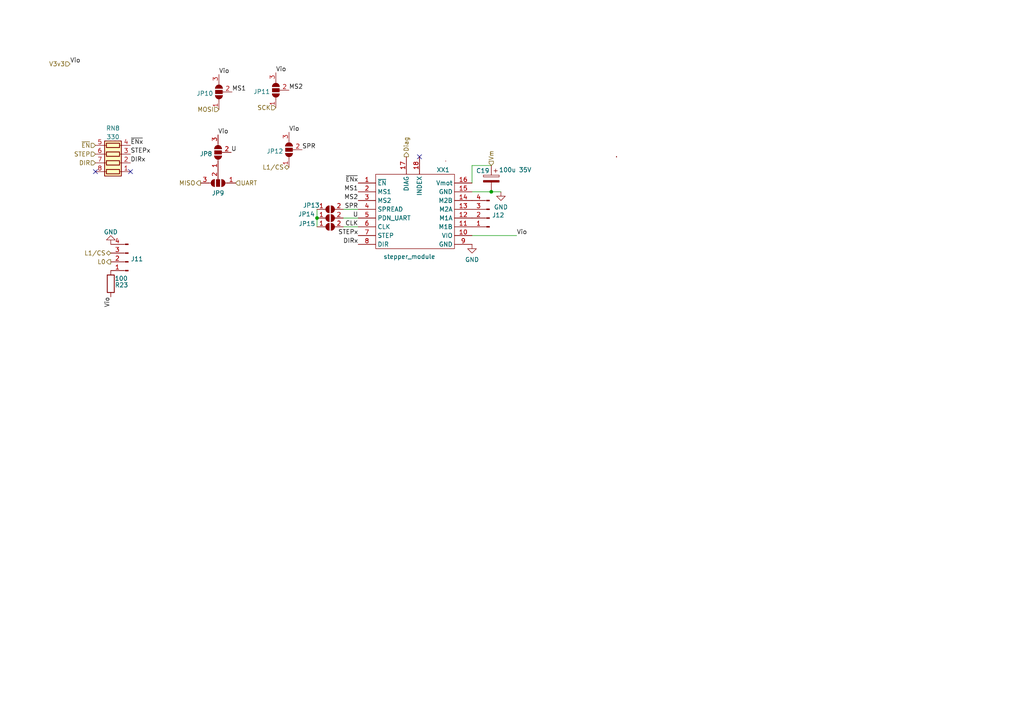
<source format=kicad_sch>
(kicad_sch (version 20211123) (generator eeschema)
  (paper "A4")
  (lib_symbols
    (symbol "Connector:Conn_01x04_Male" (pin_names (offset 1.016) hide)
      (property "Reference" "J" (at 0 5.08 0))
      (property "Value" "Conn_01x04_Male" (at 0 -7.62 0))
      (symbol "Conn_01x04_Male_1_1"
        (polyline (pts (xy 1.27 -5.08) (xy 0.8636 -5.08)) (stroke (width 0.1524)))
        (polyline (pts (xy 1.27 -2.54) (xy 0.8636 -2.54)) (stroke (width 0.1524)))
        (polyline (pts (xy 1.27 0) (xy 0.8636 0)) (stroke (width 0.1524)))
        (polyline (pts (xy 1.27 2.54) (xy 0.8636 2.54)) (stroke (width 0.1524)))
        (rectangle (start 0.8636 -4.953) (end 0 -5.207) (stroke (width 0.1524)) (fill (type outline)))
        (rectangle (start 0.8636 -2.413) (end 0 -2.667) (stroke (width 0.1524)) (fill (type outline)))
        (rectangle (start 0.8636 0.127) (end 0 -0.127) (stroke (width 0.1524)) (fill (type outline)))
        (rectangle (start 0.8636 2.667) (end 0 2.413) (stroke (width 0.1524)) (fill (type outline)))
        (pin passive line (at 5.08 2.54 180) (length 3.81) (name "Pin_1") (number "1"))
        (pin passive line (at 5.08 0 180) (length 3.81) (name "Pin_2") (number "2"))
        (pin passive line (at 5.08 -2.54 180) (length 3.81) (name "Pin_3") (number "3"))
        (pin passive line (at 5.08 -5.08 180) (length 3.81) (name "Pin_4") (number "4"))
      )
    )
    (symbol "Device:C_Polarized" (pin_numbers hide) (pin_names (offset 0.254))
      (property "Reference" "C" (at 0.635 2.54 0))
      (property "Value" "C_Polarized" (at 0.635 -2.54 0))
      (symbol "C_Polarized_0_1"
        (rectangle (start -2.286 0.508) (end 2.286 1.016))
        (polyline (pts (xy -1.778 2.286) (xy -0.762 2.286)))
        (polyline (pts (xy -1.27 2.794) (xy -1.27 1.778)))
        (rectangle (start 2.286 -0.508) (end -2.286 -1.016) (fill (type outline)))
      )
      (symbol "C_Polarized_1_1"
        (pin passive line (at 0 3.81 270) (length 2.794) (name "~") (number "1"))
        (pin passive line (at 0 -3.81 90) (length 2.794) (name "~") (number "2"))
      )
    )
    (symbol "Device:R" (pin_numbers hide) (pin_names (offset 0))
      (property "Reference" "R" (at 2.032 0 90))
      (property "Value" "R" (at 0 0 90))
      (symbol "R_0_1"
        (rectangle (start -1.016 -2.54) (end 1.016 2.54) (stroke (width 0.254)))
      )
      (symbol "R_1_1"
        (pin passive line (at 0 3.81 270) (length 1.27) (name "~") (number "1"))
        (pin passive line (at 0 -3.81 90) (length 1.27) (name "~") (number "2"))
      )
    )
    (symbol "Device:R_Pack04" (pin_names (offset 0) hide)
      (property "Reference" "RN" (at -7.62 0 90))
      (property "Value" "R_Pack04" (at 5.08 0 90))
      (symbol "R_Pack04_0_1"
        (rectangle (start -6.35 -2.413) (end 3.81 2.413) (stroke (width 0.254)) (fill (type background)))
        (rectangle (start -5.715 1.905) (end -4.445 -1.905) (stroke (width 0.254)))
        (rectangle (start -3.175 1.905) (end -1.905 -1.905) (stroke (width 0.254)))
        (rectangle (start -0.635 1.905) (end 0.635 -1.905) (stroke (width 0.254)))
        (polyline (pts (xy -5.08 -2.54) (xy -5.08 -1.905)))
        (polyline (pts (xy -5.08 1.905) (xy -5.08 2.54)))
        (polyline (pts (xy -2.54 -2.54) (xy -2.54 -1.905)))
        (polyline (pts (xy -2.54 1.905) (xy -2.54 2.54)))
        (polyline (pts (xy 0 -2.54) (xy 0 -1.905)))
        (polyline (pts (xy 0 1.905) (xy 0 2.54)))
        (polyline (pts (xy 2.54 -2.54) (xy 2.54 -1.905)))
        (polyline (pts (xy 2.54 1.905) (xy 2.54 2.54)))
        (rectangle (start 1.905 1.905) (end 3.175 -1.905) (stroke (width 0.254)))
      )
      (symbol "R_Pack04_1_1"
        (pin passive line (at -5.08 -5.08 90) (length 2.54) (name "R1.1") (number "1"))
        (pin passive line (at -2.54 -5.08 90) (length 2.54) (name "R2.1") (number "2"))
        (pin passive line (at 0 -5.08 90) (length 2.54) (name "R3.1") (number "3"))
        (pin passive line (at 2.54 -5.08 90) (length 2.54) (name "R4.1") (number "4"))
        (pin passive line (at 2.54 5.08 270) (length 2.54) (name "R4.2") (number "5"))
        (pin passive line (at 0 5.08 270) (length 2.54) (name "R3.2") (number "6"))
        (pin passive line (at -2.54 5.08 270) (length 2.54) (name "R2.2") (number "7"))
        (pin passive line (at -5.08 5.08 270) (length 2.54) (name "R1.2") (number "8"))
      )
    )
    (symbol "Jumper:SolderJumper_2_Open" (pin_names (offset 0) hide)
      (property "Reference" "JP" (at 0 2.032 0))
      (property "Value" "SolderJumper_2_Open" (at 0 -2.54 0))
      (symbol "SolderJumper_2_Open_0_1"
        (arc (start -0.254 1.016) (mid -1.27 0) (end -0.254 -1.016))
        (arc (start -0.254 1.016) (mid -1.27 0) (end -0.254 -1.016) (fill (type outline)))
        (polyline (pts (xy -0.254 1.016) (xy -0.254 -1.016)))
        (polyline (pts (xy 0.254 1.016) (xy 0.254 -1.016)))
        (arc (start 0.254 -1.016) (mid 1.27 0) (end 0.254 1.016))
        (arc (start 0.254 -1.016) (mid 1.27 0) (end 0.254 1.016) (fill (type outline)))
      )
      (symbol "SolderJumper_2_Open_1_1"
        (pin passive line (at -3.81 0 0) (length 2.54) (name "A") (number "1"))
        (pin passive line (at 3.81 0 180) (length 2.54) (name "B") (number "2"))
      )
    )
    (symbol "Jumper:SolderJumper_3_Open" (pin_names (offset 0) hide)
      (property "Reference" "JP" (at -2.54 -2.54 0))
      (property "Value" "SolderJumper_3_Open" (at 0 2.794 0))
      (symbol "SolderJumper_3_Open_0_1"
        (arc (start -1.016 1.016) (mid -2.032 0) (end -1.016 -1.016))
        (arc (start -1.016 1.016) (mid -2.032 0) (end -1.016 -1.016) (fill (type outline)))
        (rectangle (start -0.508 1.016) (end 0.508 -1.016) (fill (type outline)))
        (polyline (pts (xy -2.54 0) (xy -2.032 0)))
        (polyline (pts (xy -1.016 1.016) (xy -1.016 -1.016)))
        (polyline (pts (xy 0 -1.27) (xy 0 -1.016)))
        (polyline (pts (xy 1.016 1.016) (xy 1.016 -1.016)))
        (polyline (pts (xy 2.54 0) (xy 2.032 0)))
        (arc (start 1.016 -1.016) (mid 2.032 0) (end 1.016 1.016))
        (arc (start 1.016 -1.016) (mid 2.032 0) (end 1.016 1.016) (fill (type outline)))
      )
      (symbol "SolderJumper_3_Open_1_1"
        (pin passive line (at -5.08 0 0) (length 2.54) (name "A") (number "1"))
        (pin passive line (at 0 -3.81 90) (length 2.54) (name "C") (number "2"))
        (pin passive line (at 5.08 0 180) (length 2.54) (name "B") (number "3"))
      )
    )
    (symbol "power:GND" (power) (pin_names (offset 0))
      (property "Value" "GND" (at 0 -3.81 0))
      (symbol "GND_0_1"
        (polyline (pts (xy 0 0) (xy 0 -1.27) (xy 1.27 -1.27) (xy 0 -2.54) (xy -1.27 -1.27) (xy 0 -1.27)))
      )
      (symbol "GND_1_1"
        (pin power_in line (at 0 0 270) (length 0) hide (name "GND") (number "1"))
      )
    )
    (symbol "stepper_module:stepper_module"
      (property "Reference" "PH" (at 5.08 13.97 0))
      (property "Value" "stepper_module" (at 0 -11.43 0))
      (symbol "stepper_module_0_1"
        (polyline (pts (xy 8.89 15.24) (xy 8.89 15.24)) (stroke (width 0.1524)))
        (rectangle (start 8.89 15.24) (end 8.89 15.24) (stroke (width 0.1524)))
        (rectangle (start 8.89 15.24) (end 8.89 15.24) (stroke (width 0.1524)))
        (rectangle (start 8.89 15.24) (end 8.89 15.24) (stroke (width 0.1524)))
        (rectangle (start 8.89 15.24) (end 8.89 15.24) (stroke (width 0.1524)))
        (rectangle (start 8.89 15.24) (end 8.89 15.24) (stroke (width 0.1524)))
        (rectangle (start 8.89 15.24) (end 8.89 15.24) (stroke (width 0.1524)))
        (rectangle (start 8.89 15.24) (end 8.89 15.24) (stroke (width 0.1524)))
        (rectangle (start 8.89 15.24) (end 8.89 15.24) (stroke (width 0.1524)))
        (rectangle (start 8.89 15.24) (end 8.89 15.24) (stroke (width 0.1524)))
        (rectangle (start 11.43 -10.16) (end -11.43 11.43) (stroke (width 0.1524)))
        (arc (start 58.42 16.51) (mid 58.42 16.51) (end 58.42 16.51) (stroke (width 0.1524)))
        (circle (center 58.42 16.51) (radius 0.0001) (stroke (width 0.1524)))
        (circle (center 58.42 16.51) (radius 0.0001) (stroke (width 0.1524)))
      )
      (symbol "stepper_module_1_1"
        (pin passive line (at -16.51 8.89 0) (length 5.08) (name "~{EN}") (number "1"))
        (pin passive line (at 16.51 -6.35 180) (length 5.08) (name "VIO") (number "10"))
        (pin passive line (at 16.51 -3.81 180) (length 5.08) (name "M1B") (number "11"))
        (pin passive line (at 16.51 -1.27 180) (length 5.08) (name "M1A") (number "12"))
        (pin passive line (at 16.51 1.27 180) (length 5.08) (name "M2A") (number "13"))
        (pin passive line (at 16.51 3.81 180) (length 5.08) (name "M2B") (number "14"))
        (pin passive line (at 16.51 6.35 180) (length 5.08) (name "GND") (number "15"))
        (pin passive line (at 16.51 8.89 180) (length 5.08) (name "Vmot") (number "16"))
        (pin passive line (at -2.54 16.51 270) (length 5.08) (name "DIAG") (number "17"))
        (pin passive line (at 1.27 16.51 270) (length 5.08) (name "INDEX") (number "18"))
        (pin passive line (at -16.51 6.35 0) (length 5.08) (name "MS1") (number "2"))
        (pin passive line (at -16.51 3.81 0) (length 5.08) (name "MS2") (number "3"))
        (pin passive line (at -16.51 1.27 0) (length 5.08) (name "SPREAD") (number "4"))
        (pin passive line (at -16.51 -1.27 0) (length 5.08) (name "PDN_UART") (number "5"))
        (pin passive line (at -16.51 -3.81 0) (length 5.08) (name "CLK") (number "6"))
        (pin passive line (at -16.51 -6.35 0) (length 5.08) (name "STEP") (number "7"))
        (pin passive line (at -16.51 -8.89 0) (length 5.08) (name "DIR") (number "8"))
        (pin passive line (at 16.51 -8.89 180) (length 5.08) (name "GND") (number "9"))
      )
    )
  )
  (junction (at 142.494 55.626))
  (junction (at 91.948 63.246))
  (no_connect (at 121.666 45.466))
  (no_connect (at 37.846 49.784))
  (no_connect (at 27.686 49.784))
  (wire (pts (xy 136.906 53.086) (xy 136.906 48.006)))
  (wire (pts (xy 136.906 48.006) (xy 142.494 48.006)))
  (wire (pts (xy 142.494 55.626) (xy 145.288 55.626)))
  (wire (pts (xy 99.568 63.246) (xy 103.886 63.246)))
  (wire (pts (xy 91.948 63.246) (xy 91.948 65.786)))
  (wire (pts (xy 136.906 68.326) (xy 149.86 68.326)))
  (wire (pts (xy 99.568 60.706) (xy 103.886 60.706)))
  (wire (pts (xy 136.906 55.626) (xy 142.494 55.626)))
  (wire (pts (xy 91.948 60.706) (xy 91.948 63.246)))
  (wire (pts (xy 99.568 65.786) (xy 103.886 65.786)))
  (label "MS1" (at 67.31 26.67 0))
  (label "Vio" (at 83.82 38.354 0))
  (label "MS1" (at 103.886 55.626 180))
  (label "STEPx" (at 103.886 68.326 180))
  (label "Vio" (at 63.246 39.116 0))
  (label "~{ENx}" (at 37.846 42.164 0))
  (label "MS2" (at 83.82 26.162 0))
  (label "Vio" (at 80.01 21.082 0))
  (label "Vio" (at 63.5 21.59 0))
  (label "U" (at 103.886 63.246 180))
  (label "Vio" (at 149.86 68.326 0))
  (label "SPR" (at 103.886 60.706 180))
  (label "~{ENx}" (at 103.886 53.086 180))
  (label "U" (at 67.056 44.196 0))
  (label "Vio" (at 32.131 86.106 270))
  (label "DIRx" (at 37.846 47.244 0))
  (label "STEPx" (at 37.846 44.704 0))
  (label "Vio" (at 20.32 18.542 0))
  (label "MS2" (at 103.886 58.166 180))
  (label "SPR" (at 87.63 43.434 0))
  (label "CLK" (at 103.886 65.786 180))
  (label "DIRx" (at 103.886 70.866 180))
  (hierarchical_label "L0" (shape output) (at 32.131 75.946 180))
  (hierarchical_label "L1{slash}CS" (shape bidirectional) (at 32.131 73.406 180))
  (hierarchical_label "V3v3" (shape input) (at 20.32 18.542 180))
  (hierarchical_label "STEP" (shape input) (at 27.686 44.704 180))
  (hierarchical_label "SCK" (shape input) (at 80.01 31.242 180))
  (hierarchical_label "DIR" (shape input) (at 27.686 47.244 180))
  (hierarchical_label "UART" (shape input) (at 68.326 53.086 0))
  (hierarchical_label "MOSI" (shape input) (at 63.5 31.75 180))
  (hierarchical_label "L1{slash}CS" (shape bidirectional) (at 83.82 48.514 180))
  (hierarchical_label "Vm" (shape input) (at 142.494 48.006 90))
  (hierarchical_label "Diag" (shape output) (at 117.856 45.466 90))
  (hierarchical_label "MISO" (shape output) (at 58.166 53.086 180))
  (hierarchical_label "~{EN}" (shape input) (at 27.686 42.164 180))
  (symbol (lib_id "Device:C_Polarized") (at 142.494 51.816 0) (mirror y) (unit 1)
    (property "Reference" "C19" (at 141.986 49.53 0) (effects (justify left)))
    (property "Value" "100u 35V" (at 154.178 49.276 0) (effects (justify left)))
    (property "Footprint" "Capacitor_THT:CP_Radial_D8.0mm_P3.50mm" (effects hide))
  )
  (symbol (lib_id "Connector:Conn_01x04_Male") (at 37.211 75.946 180) (unit 1)
    (property "Reference" "J11" (at 37.9222 75.1098 0) (effects (justify right)))
    (property "Value" "LimS" (effects hide))
    (property "Footprint" "Connector_JST:JST_EH_B4B-EH-A_1x04_P2.50mm_Vertical" (effects hide))
  )
  (symbol (lib_id "power:GND") (at 136.906 70.866 0) (unit 1)
    (property "Reference" "#PWR040" (effects hide))
    (property "Value" "GND" (at 136.906 75.3094 0))
  )
  (symbol (lib_id "Device:R") (at 32.131 82.296 180) (unit 1)
    (property "Reference" "R23" (at 37.211 82.677 0) (effects (justify left)))
    (property "Value" "100" (at 37.084 80.772 0) (effects (justify left)))
    (property "Footprint" "Resistor_SMD:R_0603_1608Metric_Pad0.98x0.95mm_HandSolder" (effects hide))
  )
  (symbol (lib_id "Jumper:SolderJumper_2_Open") (at 95.758 65.786 0) (unit 1)
    (property "Reference" "JP15" (at 89.027 64.897 0))
    (property "Value" "SolderJumper_2_Bridged" (effects hide))
    (property "Footprint" "Jumper:SolderJumper-2_P1.3mm_Open_TrianglePad1.0x1.5mm" (effects hide))
  )
  (symbol (lib_id "Jumper:SolderJumper_2_Open") (at 95.758 63.246 0) (unit 1)
    (property "Reference" "JP14" (at 88.9 62.103 0))
    (property "Value" "SolderJumper_2_Bridged" (effects hide))
    (property "Footprint" "Jumper:SolderJumper-2_P1.3mm_Open_TrianglePad1.0x1.5mm" (effects hide))
  )
  (symbol (lib_id "stepper_module:stepper_module") (at 120.396 61.976 0) (unit 1)
    (property "Reference" "XX1" (at 128.524 49.276 0))
    (property "Value" "stepper_module" (at 118.745 74.422 0))
    (property "Footprint" "stepper:stepper_module" (effects hide))
  )
  (symbol (lib_id "Jumper:SolderJumper_2_Open") (at 95.758 60.706 0) (unit 1)
    (property "Reference" "JP13" (at 90.297 59.563 0))
    (property "Value" "SolderJumper_2_Bridged" (effects hide))
    (property "Footprint" "Jumper:SolderJumper-2_P1.3mm_Open_TrianglePad1.0x1.5mm" (effects hide))
  )
  (symbol (lib_id "Device:R_Pack04") (at 32.766 44.704 90) (unit 1)
    (property "Reference" "RN8" (at 32.766 37.1942 90))
    (property "Value" "330" (at 32.766 39.7311 90))
    (property "Footprint" "Resistor_SMD:R_Array_Convex_4x0603" (effects hide))
  )
  (symbol (lib_id "Jumper:SolderJumper_3_Open") (at 63.246 53.086 180) (unit 1)
    (property "Reference" "JP9" (at 63.246 56.0054 0))
    (property "Value" "SolderJumper_3_Open" (effects hide))
    (property "Footprint" "Jumper:SolderJumper-3_P2.0mm_Open_TrianglePad1.0x1.5mm" (effects hide))
  )
  (symbol (lib_id "Jumper:SolderJumper_3_Open") (at 80.01 26.162 90) (unit 1)
    (property "Reference" "JP11" (at 78.359 26.5958 90) (effects (justify left)))
    (property "Value" "SolderJumper_3_Open" (effects hide))
    (property "Footprint" "Jumper:SolderJumper-3_P2.0mm_Open_TrianglePad1.0x1.5mm" (effects hide))
  )
  (symbol (lib_id "Jumper:SolderJumper_3_Open") (at 63.5 26.67 90) (unit 1)
    (property "Reference" "JP10" (at 61.849 27.1038 90) (effects (justify left)))
    (property "Value" "SolderJumper_3_Open" (effects hide))
    (property "Footprint" "Jumper:SolderJumper-3_P2.0mm_Open_TrianglePad1.0x1.5mm" (effects hide))
  )
  (symbol (lib_id "Jumper:SolderJumper_3_Open") (at 83.82 43.434 90) (unit 1)
    (property "Reference" "JP12" (at 82.169 43.8678 90) (effects (justify left)))
    (property "Value" "SolderJumper_3_Open" (effects hide))
    (property "Footprint" "Jumper:SolderJumper-3_P2.0mm_Open_TrianglePad1.0x1.5mm" (effects hide))
  )
  (symbol (lib_id "power:GND") (at 32.131 70.866 180) (unit 1)
    (property "Reference" "#PWR039" (effects hide))
    (property "Value" "GND" (at 32.131 67.2902 0))
  )
  (symbol (lib_id "Connector:Conn_01x04_Male") (at 141.986 63.246 180) (unit 1)
    (property "Reference" "J12" (at 142.6972 62.4098 0) (effects (justify right)))
    (property "Value" "Stepper" (effects hide))
    (property "Footprint" "Connector_JST:JST_EH_B4B-EH-A_1x04_P2.50mm_Vertical" (effects hide))
  )
  (symbol (lib_id "Jumper:SolderJumper_3_Open") (at 63.246 44.196 90) (unit 1)
    (property "Reference" "JP8" (at 61.595 44.6298 90) (effects (justify left)))
    (property "Value" "SolderJumper_3_Open" (effects hide))
    (property "Footprint" "Jumper:SolderJumper-3_P2.0mm_Open_TrianglePad1.0x1.5mm" (effects hide))
  )
  (symbol (lib_id "power:GND") (at 145.288 55.626 0) (unit 1)
    (property "Reference" "#PWR041" (effects hide))
    (property "Value" "GND" (at 145.288 60.0694 0))
  )
)
</source>
